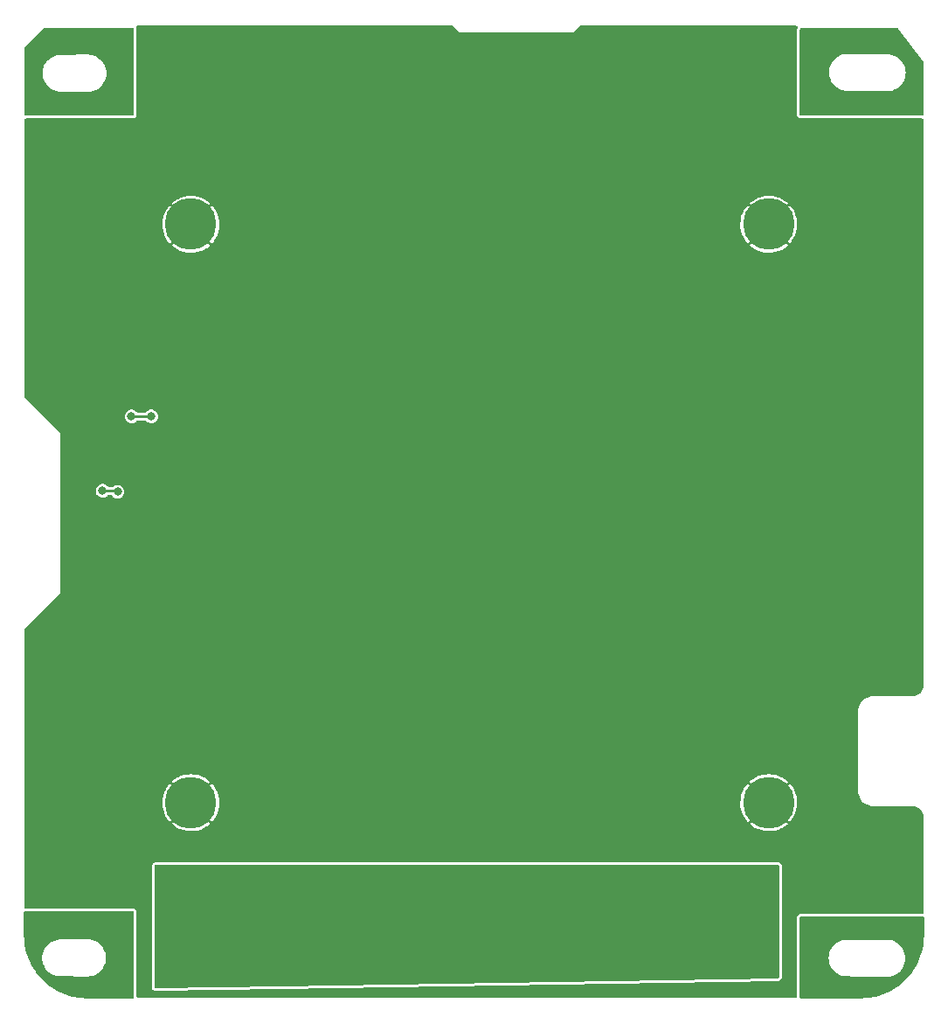
<source format=gbr>
%TF.GenerationSoftware,KiCad,Pcbnew,(6.0.2-0)*%
%TF.CreationDate,2023-01-12T00:58:35-06:00*%
%TF.ProjectId,cosmic_watch_remix_V1,636f736d-6963-45f7-9761-7463685f7265,rev?*%
%TF.SameCoordinates,Original*%
%TF.FileFunction,Copper,L2,Bot*%
%TF.FilePolarity,Positive*%
%FSLAX46Y46*%
G04 Gerber Fmt 4.6, Leading zero omitted, Abs format (unit mm)*
G04 Created by KiCad (PCBNEW (6.0.2-0)) date 2023-01-12 00:58:35*
%MOMM*%
%LPD*%
G01*
G04 APERTURE LIST*
%TA.AperFunction,ComponentPad*%
%ADD10C,5.000000*%
%TD*%
%TA.AperFunction,ViaPad*%
%ADD11C,0.800000*%
%TD*%
%TA.AperFunction,Conductor*%
%ADD12C,0.254000*%
%TD*%
G04 APERTURE END LIST*
D10*
%TO.P,,1*%
%TO.N,GND*%
X36000000Y-122000000D03*
%TD*%
%TO.P,,1*%
%TO.N,GND*%
X92000000Y-66000000D03*
%TD*%
%TO.P,,1*%
%TO.N,GND*%
X92000000Y-122000000D03*
%TD*%
%TO.P,,1*%
%TO.N,GND*%
X36000000Y-66000000D03*
%TD*%
D11*
%TO.N,GND*%
X44560224Y-55738204D03*
X58000000Y-99160000D03*
X29632000Y-71458000D03*
X27900000Y-78300000D03*
X30246000Y-79740000D03*
X23536000Y-80856000D03*
X34510500Y-52340000D03*
X29800000Y-104700000D03*
X69430000Y-99160000D03*
X46846224Y-55738204D03*
X58000000Y-89000000D03*
X69430000Y-89000000D03*
X32622224Y-55230204D03*
X30500000Y-97900000D03*
%TO.N,VCC*%
X32152531Y-84600000D03*
X30246011Y-84600000D03*
%TO.N,Net-(J1-Pad2)*%
X28897500Y-91900000D03*
X27444500Y-91800000D03*
%TD*%
D12*
%TO.N,VCC*%
X30246011Y-84600000D02*
X32152531Y-84600000D01*
%TO.N,Net-(J1-Pad2)*%
X27444500Y-91800000D02*
X28797500Y-91800000D01*
X28797500Y-91800000D02*
X28897500Y-91900000D01*
%TD*%
%TA.AperFunction,NonConductor*%
G36*
X92942121Y-128020002D02*
G01*
X92988614Y-128073658D01*
X93000000Y-128126000D01*
X93000000Y-138876065D01*
X92979998Y-138944186D01*
X92926342Y-138990679D01*
X92876082Y-139002048D01*
X44677684Y-139798716D01*
X32628082Y-139997883D01*
X32559640Y-139979009D01*
X32512267Y-139926129D01*
X32500000Y-139871900D01*
X32500000Y-128126000D01*
X32520002Y-128057879D01*
X32573658Y-128011386D01*
X32626000Y-128000000D01*
X92874000Y-128000000D01*
X92942121Y-128020002D01*
G37*
%TD.AperFunction*%
%TA.AperFunction,NonConductor*%
G36*
X106992121Y-133020002D02*
G01*
X107038614Y-133073658D01*
X107050000Y-133126000D01*
X107050000Y-134752976D01*
X107048047Y-134770182D01*
X107048037Y-134775813D01*
X107044857Y-134789642D01*
X107047989Y-134803483D01*
X107047964Y-134817669D01*
X107047868Y-134817669D01*
X107048600Y-134825635D01*
X107031236Y-135267573D01*
X107030460Y-135277436D01*
X106974864Y-135747161D01*
X106973316Y-135756932D01*
X106881040Y-136220839D01*
X106878733Y-136230447D01*
X106802339Y-136501322D01*
X106750343Y-136685685D01*
X106747286Y-136695094D01*
X106583572Y-137138860D01*
X106579787Y-137147997D01*
X106388187Y-137563611D01*
X106381760Y-137577552D01*
X106377269Y-137586365D01*
X106285153Y-137750850D01*
X106146159Y-137999041D01*
X106140990Y-138007477D01*
X106120028Y-138038849D01*
X105884674Y-138391083D01*
X105878207Y-138400761D01*
X105872398Y-138408757D01*
X105782085Y-138523318D01*
X105579563Y-138780215D01*
X105573138Y-138787738D01*
X105501953Y-138864746D01*
X105252057Y-139135083D01*
X105245083Y-139142057D01*
X105130205Y-139248249D01*
X104897738Y-139463138D01*
X104890215Y-139469563D01*
X104731290Y-139594850D01*
X104518757Y-139762398D01*
X104510769Y-139768201D01*
X104202061Y-139974473D01*
X104117477Y-140030990D01*
X104109041Y-140036159D01*
X103696367Y-140267268D01*
X103687554Y-140271759D01*
X103265267Y-140466436D01*
X103258000Y-140469786D01*
X103248860Y-140473572D01*
X102805094Y-140637286D01*
X102795685Y-140640343D01*
X102645542Y-140682688D01*
X102340447Y-140768733D01*
X102330846Y-140771038D01*
X102103340Y-140816292D01*
X101866932Y-140863316D01*
X101857161Y-140864864D01*
X101387436Y-140920460D01*
X101377573Y-140921236D01*
X100936205Y-140938577D01*
X100928373Y-140937844D01*
X100928373Y-140938061D01*
X100914186Y-140938036D01*
X100900358Y-140934857D01*
X100886519Y-140937988D01*
X100881630Y-140937980D01*
X100863552Y-140940000D01*
X95126000Y-140940000D01*
X95057879Y-140919998D01*
X95011386Y-140866342D01*
X95000000Y-140814000D01*
X95000000Y-137006368D01*
X97800703Y-137006368D01*
X97800958Y-137010897D01*
X97800958Y-137010900D01*
X97805887Y-137098425D01*
X97815122Y-137262424D01*
X97866198Y-137513748D01*
X97867730Y-137518015D01*
X97867731Y-137518018D01*
X97890721Y-137582042D01*
X97952869Y-137755120D01*
X97955002Y-137759129D01*
X97955003Y-137759131D01*
X98020647Y-137882503D01*
X98073335Y-137981527D01*
X98225095Y-138188267D01*
X98404996Y-138371046D01*
X98408611Y-138373789D01*
X98477586Y-138426125D01*
X98609302Y-138526067D01*
X98833770Y-138650111D01*
X98838029Y-138651717D01*
X98838031Y-138651718D01*
X99069484Y-138738998D01*
X99069489Y-138739000D01*
X99073736Y-138740601D01*
X99078171Y-138741576D01*
X99078175Y-138741577D01*
X99288186Y-138787738D01*
X99324218Y-138795658D01*
X99556684Y-138812453D01*
X99575162Y-138813788D01*
X99575111Y-138814489D01*
X99577186Y-138814257D01*
X99579297Y-138814746D01*
X99580013Y-138814747D01*
X99586951Y-138813164D01*
X99594025Y-138812373D01*
X99594034Y-138812453D01*
X99616294Y-138810092D01*
X100130736Y-138816773D01*
X103392247Y-138859131D01*
X103419055Y-138862373D01*
X103422335Y-138863133D01*
X103422341Y-138863134D01*
X103429297Y-138864746D01*
X103430013Y-138864747D01*
X103432141Y-138864262D01*
X103433526Y-138864421D01*
X103433493Y-138863953D01*
X103444958Y-138863133D01*
X103686834Y-138845834D01*
X103691238Y-138844876D01*
X103934020Y-138792062D01*
X103934024Y-138792061D01*
X103938427Y-138791103D01*
X104179670Y-138701124D01*
X104405652Y-138577728D01*
X104611773Y-138423428D01*
X104793837Y-138241364D01*
X104948137Y-138035243D01*
X105071533Y-137809261D01*
X105161512Y-137568018D01*
X105174286Y-137509300D01*
X105215285Y-137320829D01*
X105216243Y-137316425D01*
X105234611Y-137059604D01*
X105216243Y-136802783D01*
X105214732Y-136795836D01*
X105162471Y-136555597D01*
X105162470Y-136555593D01*
X105161512Y-136551190D01*
X105071533Y-136309947D01*
X104948137Y-136083965D01*
X104793837Y-135877844D01*
X104611773Y-135695780D01*
X104405652Y-135541480D01*
X104179670Y-135418084D01*
X103938427Y-135328105D01*
X103934024Y-135327147D01*
X103934020Y-135327146D01*
X103691238Y-135274332D01*
X103686834Y-135273374D01*
X103434443Y-135255323D01*
X103434483Y-135254766D01*
X103432836Y-135254950D01*
X103430729Y-135254462D01*
X103430013Y-135254461D01*
X103423077Y-135256043D01*
X103421265Y-135256456D01*
X103393273Y-135259611D01*
X99672539Y-135260389D01*
X99651248Y-135257611D01*
X99651154Y-135258250D01*
X99644098Y-135257209D01*
X99637213Y-135255381D01*
X99636497Y-135255357D01*
X99634364Y-135255773D01*
X99632536Y-135255503D01*
X99632561Y-135256124D01*
X99384771Y-135266137D01*
X99384766Y-135266138D01*
X99380226Y-135266321D01*
X99375762Y-135267155D01*
X99375759Y-135267155D01*
X99233280Y-135293764D01*
X99128123Y-135313402D01*
X98885406Y-135396232D01*
X98881369Y-135398298D01*
X98881363Y-135398301D01*
X98763708Y-135458528D01*
X98657115Y-135513091D01*
X98447994Y-135661552D01*
X98262383Y-135838530D01*
X98259581Y-135842103D01*
X98259577Y-135842108D01*
X98193031Y-135926980D01*
X98104140Y-136040350D01*
X98101876Y-136044297D01*
X98101875Y-136044299D01*
X98011495Y-136201889D01*
X97976550Y-136262821D01*
X97974877Y-136267053D01*
X97974876Y-136267055D01*
X97957920Y-136309947D01*
X97882264Y-136501322D01*
X97881218Y-136505745D01*
X97836438Y-136695094D01*
X97823240Y-136750899D01*
X97822841Y-136755422D01*
X97822840Y-136755428D01*
X97815327Y-136840596D01*
X97800703Y-137006368D01*
X95000000Y-137006368D01*
X95000000Y-133126000D01*
X95020002Y-133057879D01*
X95073658Y-133011386D01*
X95126000Y-133000000D01*
X106924000Y-133000000D01*
X106992121Y-133020002D01*
G37*
%TD.AperFunction*%
%TA.AperFunction,NonConductor*%
G36*
X30442121Y-47020002D02*
G01*
X30488614Y-47073658D01*
X30500000Y-47126000D01*
X30500000Y-55374000D01*
X30479998Y-55442121D01*
X30426342Y-55488614D01*
X30374000Y-55500000D01*
X19966000Y-55500000D01*
X19897879Y-55479998D01*
X19851386Y-55426342D01*
X19840000Y-55374000D01*
X19840000Y-51466273D01*
X21613635Y-51466273D01*
X21645939Y-51718995D01*
X21713931Y-51964533D01*
X21816223Y-52197875D01*
X21950725Y-52414256D01*
X21953623Y-52417702D01*
X21953624Y-52417704D01*
X22052802Y-52535654D01*
X22114693Y-52609260D01*
X22304779Y-52778904D01*
X22517101Y-52919727D01*
X22521168Y-52921655D01*
X22521172Y-52921657D01*
X22743249Y-53026920D01*
X22743255Y-53026922D01*
X22747326Y-53028852D01*
X22751629Y-53030181D01*
X22751636Y-53030184D01*
X22958145Y-53093980D01*
X22990753Y-53104053D01*
X22995196Y-53104755D01*
X22995202Y-53104756D01*
X23237684Y-53143046D01*
X23237579Y-53143713D01*
X23239583Y-53143661D01*
X23241649Y-53144329D01*
X23242362Y-53144391D01*
X23249416Y-53143403D01*
X23249419Y-53143403D01*
X23263603Y-53141416D01*
X23282225Y-53140203D01*
X25972373Y-53164666D01*
X25999679Y-53167916D01*
X26002328Y-53168530D01*
X26002331Y-53168530D01*
X26009284Y-53170142D01*
X26010000Y-53170143D01*
X26012128Y-53169658D01*
X26013513Y-53169817D01*
X26013480Y-53169349D01*
X26077196Y-53164792D01*
X26266821Y-53151230D01*
X26271225Y-53150272D01*
X26514007Y-53097458D01*
X26514011Y-53097457D01*
X26518414Y-53096499D01*
X26759657Y-53006520D01*
X26985639Y-52883124D01*
X27191760Y-52728824D01*
X27373824Y-52546760D01*
X27528124Y-52340639D01*
X27651520Y-52114657D01*
X27741499Y-51873414D01*
X27774145Y-51723346D01*
X27795272Y-51626225D01*
X27796230Y-51621821D01*
X27814598Y-51365000D01*
X27796230Y-51108179D01*
X27764956Y-50964414D01*
X27742458Y-50860993D01*
X27742457Y-50860989D01*
X27741499Y-50856586D01*
X27651520Y-50615343D01*
X27528124Y-50389361D01*
X27373824Y-50183240D01*
X27191760Y-50001176D01*
X26985639Y-49846876D01*
X26759657Y-49723480D01*
X26518414Y-49633501D01*
X26514011Y-49632543D01*
X26514007Y-49632542D01*
X26271225Y-49579728D01*
X26266821Y-49578770D01*
X26014430Y-49560719D01*
X26014470Y-49560163D01*
X26012825Y-49560347D01*
X26010716Y-49559858D01*
X26010000Y-49559857D01*
X26003061Y-49561440D01*
X26003059Y-49561440D01*
X25999749Y-49562195D01*
X25972931Y-49565345D01*
X23765775Y-49586420D01*
X23337959Y-49590505D01*
X23314897Y-49588600D01*
X23299547Y-49585896D01*
X23298832Y-49585933D01*
X23296740Y-49586529D01*
X23294963Y-49586420D01*
X23295038Y-49587014D01*
X23046070Y-49618269D01*
X22800379Y-49685707D01*
X22566807Y-49787472D01*
X22562985Y-49789836D01*
X22562979Y-49789839D01*
X22474250Y-49844717D01*
X22350123Y-49921487D01*
X22154751Y-50085015D01*
X22151744Y-50088369D01*
X22022639Y-50232376D01*
X21984678Y-50274718D01*
X21843377Y-50486722D01*
X21733733Y-50716701D01*
X21732391Y-50721009D01*
X21732390Y-50721013D01*
X21702711Y-50816325D01*
X21657985Y-50959958D01*
X21617677Y-51211527D01*
X21613635Y-51466273D01*
X19840000Y-51466273D01*
X19840000Y-48983318D01*
X19860002Y-48915197D01*
X19876106Y-48895028D01*
X21700274Y-47037710D01*
X21762277Y-47003126D01*
X21790168Y-47000000D01*
X30374000Y-47000000D01*
X30442121Y-47020002D01*
G37*
%TD.AperFunction*%
%TA.AperFunction,NonConductor*%
G36*
X30442121Y-132520002D02*
G01*
X30488614Y-132573658D01*
X30500000Y-132626000D01*
X30500000Y-140814000D01*
X30479998Y-140882121D01*
X30426342Y-140928614D01*
X30374000Y-140940000D01*
X26007024Y-140940000D01*
X25989818Y-140938047D01*
X25984187Y-140938037D01*
X25970358Y-140934857D01*
X25956517Y-140937989D01*
X25942331Y-140937964D01*
X25942331Y-140937868D01*
X25934366Y-140938600D01*
X25815302Y-140933922D01*
X25492427Y-140921236D01*
X25482564Y-140920460D01*
X25012839Y-140864864D01*
X25003068Y-140863316D01*
X24766660Y-140816292D01*
X24539154Y-140771038D01*
X24529553Y-140768733D01*
X24224458Y-140682688D01*
X24074315Y-140640343D01*
X24064906Y-140637286D01*
X23621140Y-140473572D01*
X23612000Y-140469786D01*
X23604734Y-140466436D01*
X23182446Y-140271759D01*
X23173633Y-140267268D01*
X22760959Y-140036159D01*
X22752523Y-140030990D01*
X22667939Y-139974473D01*
X22359231Y-139768201D01*
X22351243Y-139762398D01*
X22138710Y-139594850D01*
X21979785Y-139469563D01*
X21972262Y-139463138D01*
X21739795Y-139248249D01*
X21624917Y-139142057D01*
X21617943Y-139135083D01*
X21379112Y-138876716D01*
X21296862Y-138787738D01*
X21290437Y-138780215D01*
X21101407Y-138540433D01*
X20997602Y-138408757D01*
X20991793Y-138400761D01*
X20968002Y-138365154D01*
X20729010Y-138007477D01*
X20723841Y-137999041D01*
X20492732Y-137586367D01*
X20488240Y-137577552D01*
X20353941Y-137286234D01*
X20290213Y-137147997D01*
X20286428Y-137138860D01*
X20281788Y-137126282D01*
X21583833Y-137126282D01*
X21584404Y-137130747D01*
X21584404Y-137130752D01*
X21586034Y-137143503D01*
X21616137Y-137379004D01*
X21684129Y-137624542D01*
X21786421Y-137857884D01*
X21788802Y-137861714D01*
X21916589Y-138067292D01*
X21920923Y-138074265D01*
X21923821Y-138077711D01*
X21923822Y-138077713D01*
X22023000Y-138195663D01*
X22084891Y-138269269D01*
X22274977Y-138438913D01*
X22487299Y-138579736D01*
X22491366Y-138581664D01*
X22491370Y-138581666D01*
X22713447Y-138686929D01*
X22713453Y-138686931D01*
X22717524Y-138688861D01*
X22721827Y-138690190D01*
X22721834Y-138690193D01*
X22928343Y-138753989D01*
X22960951Y-138764062D01*
X22965394Y-138764764D01*
X22965400Y-138764765D01*
X23207882Y-138803055D01*
X23207777Y-138803722D01*
X23209781Y-138803670D01*
X23211847Y-138804338D01*
X23212560Y-138804400D01*
X23219614Y-138803412D01*
X23219617Y-138803412D01*
X23233801Y-138801425D01*
X23252423Y-138800212D01*
X25942571Y-138824675D01*
X25969877Y-138827925D01*
X25972526Y-138828539D01*
X25972529Y-138828539D01*
X25979482Y-138830151D01*
X25980198Y-138830152D01*
X25982326Y-138829667D01*
X25983711Y-138829826D01*
X25983678Y-138829358D01*
X26047394Y-138824801D01*
X26237019Y-138811239D01*
X26241423Y-138810281D01*
X26484205Y-138757467D01*
X26484209Y-138757466D01*
X26488612Y-138756508D01*
X26729855Y-138666529D01*
X26955837Y-138543133D01*
X27161958Y-138388833D01*
X27344022Y-138206769D01*
X27498322Y-138000648D01*
X27621718Y-137774666D01*
X27711697Y-137533423D01*
X27744343Y-137383355D01*
X27765470Y-137286234D01*
X27766428Y-137281830D01*
X27784796Y-137025009D01*
X27766428Y-136768188D01*
X27749518Y-136690455D01*
X27712656Y-136521002D01*
X27712655Y-136520998D01*
X27711697Y-136516595D01*
X27621718Y-136275352D01*
X27498322Y-136049370D01*
X27344022Y-135843249D01*
X27161958Y-135661185D01*
X26955837Y-135506885D01*
X26729855Y-135383489D01*
X26488612Y-135293510D01*
X26484209Y-135292552D01*
X26484205Y-135292551D01*
X26241423Y-135239737D01*
X26237019Y-135238779D01*
X25984628Y-135220728D01*
X25984668Y-135220172D01*
X25983023Y-135220356D01*
X25980914Y-135219867D01*
X25980198Y-135219866D01*
X25973259Y-135221449D01*
X25973257Y-135221449D01*
X25969947Y-135222204D01*
X25943129Y-135225354D01*
X23735973Y-135246429D01*
X23308157Y-135250514D01*
X23285095Y-135248609D01*
X23269745Y-135245905D01*
X23269030Y-135245942D01*
X23266938Y-135246538D01*
X23265161Y-135246429D01*
X23265236Y-135247023D01*
X23016268Y-135278278D01*
X22770577Y-135345716D01*
X22537005Y-135447481D01*
X22533183Y-135449845D01*
X22533177Y-135449848D01*
X22444448Y-135504726D01*
X22320321Y-135581496D01*
X22124949Y-135745024D01*
X22121942Y-135748378D01*
X21992837Y-135892385D01*
X21954876Y-135934727D01*
X21813575Y-136146731D01*
X21703931Y-136376710D01*
X21702589Y-136381018D01*
X21702588Y-136381022D01*
X21672909Y-136476334D01*
X21628183Y-136619967D01*
X21587875Y-136871536D01*
X21583833Y-137126282D01*
X20281788Y-137126282D01*
X20122714Y-136695094D01*
X20119657Y-136685685D01*
X20077312Y-136535542D01*
X19991267Y-136230447D01*
X19988960Y-136220839D01*
X19975030Y-136150805D01*
X19900795Y-135777600D01*
X19896684Y-135756932D01*
X19895136Y-135747161D01*
X19839540Y-135277436D01*
X19838764Y-135267573D01*
X19821433Y-134826491D01*
X19823481Y-134804848D01*
X19822714Y-134804760D01*
X19823530Y-134797671D01*
X19825142Y-134790716D01*
X19825143Y-134790000D01*
X19823154Y-134781282D01*
X19820000Y-134753267D01*
X19820000Y-132626000D01*
X19840002Y-132557879D01*
X19893658Y-132511386D01*
X19946000Y-132500000D01*
X30374000Y-132500000D01*
X30442121Y-132520002D01*
G37*
%TD.AperFunction*%
%TA.AperFunction,NonConductor*%
G36*
X104533819Y-47020002D02*
G01*
X104566659Y-47050616D01*
X107010055Y-50323021D01*
X107034784Y-50389571D01*
X107035094Y-50398295D01*
X107039436Y-55373890D01*
X107019493Y-55442028D01*
X106965878Y-55488568D01*
X106913436Y-55500000D01*
X95126000Y-55500000D01*
X95057879Y-55479998D01*
X95011386Y-55426342D01*
X95000000Y-55374000D01*
X95000000Y-51261764D01*
X97830690Y-51261764D01*
X97830945Y-51266293D01*
X97830945Y-51266296D01*
X97835874Y-51353821D01*
X97845109Y-51517820D01*
X97896185Y-51769144D01*
X97897717Y-51773411D01*
X97897718Y-51773414D01*
X97915672Y-51823414D01*
X97982856Y-52010516D01*
X97984989Y-52014525D01*
X97984990Y-52014527D01*
X98050634Y-52137899D01*
X98103322Y-52236923D01*
X98255082Y-52443663D01*
X98434983Y-52626442D01*
X98438598Y-52629185D01*
X98507573Y-52681521D01*
X98639289Y-52781463D01*
X98863757Y-52905507D01*
X98868016Y-52907113D01*
X98868018Y-52907114D01*
X99099471Y-52994394D01*
X99099476Y-52994396D01*
X99103723Y-52995997D01*
X99108158Y-52996972D01*
X99108162Y-52996973D01*
X99326321Y-53044925D01*
X99354205Y-53051054D01*
X99586671Y-53067849D01*
X99605149Y-53069184D01*
X99605098Y-53069885D01*
X99607173Y-53069653D01*
X99609284Y-53070142D01*
X99610000Y-53070143D01*
X99616938Y-53068560D01*
X99624012Y-53067769D01*
X99624021Y-53067849D01*
X99646281Y-53065488D01*
X100160723Y-53072169D01*
X103422234Y-53114527D01*
X103449042Y-53117769D01*
X103452322Y-53118529D01*
X103452328Y-53118530D01*
X103459284Y-53120142D01*
X103460000Y-53120143D01*
X103462128Y-53119658D01*
X103463513Y-53119817D01*
X103463480Y-53119349D01*
X103474945Y-53118529D01*
X103716821Y-53101230D01*
X103721225Y-53100272D01*
X103964007Y-53047458D01*
X103964011Y-53047457D01*
X103968414Y-53046499D01*
X104209657Y-52956520D01*
X104435639Y-52833124D01*
X104641760Y-52678824D01*
X104823824Y-52496760D01*
X104978124Y-52290639D01*
X105101520Y-52064657D01*
X105191499Y-51823414D01*
X105204273Y-51764696D01*
X105245272Y-51576225D01*
X105246230Y-51571821D01*
X105264598Y-51315000D01*
X105246230Y-51058179D01*
X105244719Y-51051232D01*
X105192458Y-50810993D01*
X105192457Y-50810989D01*
X105191499Y-50806586D01*
X105101520Y-50565343D01*
X104978124Y-50339361D01*
X104823824Y-50133240D01*
X104641760Y-49951176D01*
X104435639Y-49796876D01*
X104209657Y-49673480D01*
X103968414Y-49583501D01*
X103964011Y-49582543D01*
X103964007Y-49582542D01*
X103721225Y-49529728D01*
X103716821Y-49528770D01*
X103464430Y-49510719D01*
X103464470Y-49510162D01*
X103462823Y-49510346D01*
X103460716Y-49509858D01*
X103460000Y-49509857D01*
X103453064Y-49511439D01*
X103451252Y-49511852D01*
X103423260Y-49515007D01*
X99702526Y-49515785D01*
X99681235Y-49513007D01*
X99681141Y-49513646D01*
X99674085Y-49512605D01*
X99667200Y-49510777D01*
X99666484Y-49510753D01*
X99664351Y-49511169D01*
X99662523Y-49510899D01*
X99662548Y-49511520D01*
X99414758Y-49521533D01*
X99414753Y-49521534D01*
X99410213Y-49521717D01*
X99405749Y-49522551D01*
X99405746Y-49522551D01*
X99263267Y-49549160D01*
X99158110Y-49568798D01*
X98915393Y-49651628D01*
X98911356Y-49653694D01*
X98911350Y-49653697D01*
X98793695Y-49713924D01*
X98687102Y-49768487D01*
X98477981Y-49916948D01*
X98292370Y-50093926D01*
X98289568Y-50097499D01*
X98289564Y-50097504D01*
X98136934Y-50292166D01*
X98134127Y-50295746D01*
X98131863Y-50299693D01*
X98131862Y-50299695D01*
X98099280Y-50356507D01*
X98006537Y-50518217D01*
X98004864Y-50522449D01*
X98004863Y-50522451D01*
X97987907Y-50565343D01*
X97912251Y-50756718D01*
X97853227Y-51006295D01*
X97852828Y-51010818D01*
X97852827Y-51010824D01*
X97845314Y-51095992D01*
X97830690Y-51261764D01*
X95000000Y-51261764D01*
X95000000Y-47126000D01*
X95020002Y-47057879D01*
X95073658Y-47011386D01*
X95126000Y-47000000D01*
X104465698Y-47000000D01*
X104533819Y-47020002D01*
G37*
%TD.AperFunction*%
%TA.AperFunction,Conductor*%
%TO.N,GND*%
G36*
X61440721Y-46799002D02*
G01*
X61461695Y-46815905D01*
X61958927Y-47313137D01*
X61974596Y-47332228D01*
X61981876Y-47343124D01*
X61992192Y-47350017D01*
X62055577Y-47392370D01*
X62055579Y-47392371D01*
X62065894Y-47399263D01*
X62078061Y-47401683D01*
X62078063Y-47401684D01*
X62152829Y-47416556D01*
X62165000Y-47418977D01*
X62177851Y-47416421D01*
X62202431Y-47414000D01*
X72922575Y-47414000D01*
X72947153Y-47416421D01*
X72960000Y-47418976D01*
X73059106Y-47399263D01*
X73143124Y-47343124D01*
X73150404Y-47332228D01*
X73166073Y-47313137D01*
X73663305Y-46815905D01*
X73725617Y-46781879D01*
X73752400Y-46779000D01*
X94676631Y-46779000D01*
X94744752Y-46799002D01*
X94791245Y-46852658D01*
X94801349Y-46922932D01*
X94788278Y-46963403D01*
X94776291Y-46986319D01*
X94756289Y-47054440D01*
X94746000Y-47126000D01*
X94746000Y-55374000D01*
X94751804Y-55427990D01*
X94752522Y-55431290D01*
X94752522Y-55431291D01*
X94756567Y-55449884D01*
X94763190Y-55480332D01*
X94770384Y-55506555D01*
X94793597Y-55547320D01*
X94816362Y-55587298D01*
X94816365Y-55587302D01*
X94819425Y-55592676D01*
X94832686Y-55607980D01*
X94856898Y-55635922D01*
X94865918Y-55646332D01*
X94898502Y-55677773D01*
X94986319Y-55723709D01*
X95054440Y-55743711D01*
X95058899Y-55744352D01*
X95058903Y-55744353D01*
X95080639Y-55747478D01*
X95126000Y-55754000D01*
X106859877Y-55754000D01*
X106927998Y-55774002D01*
X106974491Y-55827658D01*
X106985877Y-55879890D01*
X106993327Y-64416771D01*
X106995799Y-67249094D01*
X106996000Y-67479918D01*
X106996000Y-110622575D01*
X106993579Y-110647153D01*
X106991024Y-110660000D01*
X106993445Y-110672172D01*
X106993445Y-110683699D01*
X106992966Y-110694680D01*
X106981526Y-110825446D01*
X106977713Y-110847070D01*
X106937581Y-110996846D01*
X106930069Y-111017484D01*
X106864540Y-111158010D01*
X106853558Y-111177030D01*
X106764621Y-111304046D01*
X106750503Y-111320871D01*
X106640871Y-111430503D01*
X106624046Y-111444621D01*
X106497030Y-111533558D01*
X106478010Y-111544540D01*
X106337484Y-111610069D01*
X106316848Y-111617580D01*
X106167070Y-111657713D01*
X106145449Y-111661525D01*
X106036878Y-111671024D01*
X106014680Y-111672966D01*
X106003699Y-111673445D01*
X105992172Y-111673445D01*
X105980000Y-111671024D01*
X105967153Y-111673579D01*
X105942575Y-111676000D01*
X102207425Y-111676000D01*
X102182847Y-111673579D01*
X102170000Y-111671024D01*
X102161498Y-111672715D01*
X102152295Y-111673373D01*
X102152294Y-111673373D01*
X101957046Y-111687338D01*
X101952558Y-111687659D01*
X101899897Y-111699115D01*
X101743940Y-111733040D01*
X101743933Y-111733042D01*
X101739543Y-111733997D01*
X101735328Y-111735569D01*
X101735325Y-111735570D01*
X101539502Y-111808608D01*
X101535290Y-111810179D01*
X101343958Y-111914654D01*
X101169443Y-112045295D01*
X101015295Y-112199443D01*
X100884654Y-112373958D01*
X100780179Y-112565290D01*
X100703997Y-112769543D01*
X100703042Y-112773933D01*
X100703040Y-112773940D01*
X100669115Y-112929897D01*
X100657659Y-112982558D01*
X100642715Y-113191498D01*
X100641024Y-113200000D01*
X100643445Y-113212170D01*
X100643579Y-113212844D01*
X100646000Y-113237425D01*
X100646000Y-120782575D01*
X100643579Y-120807153D01*
X100641024Y-120820000D01*
X100642715Y-120828502D01*
X100657659Y-121037442D01*
X100658615Y-121041836D01*
X100703040Y-121246060D01*
X100703042Y-121246067D01*
X100703997Y-121250457D01*
X100780179Y-121454710D01*
X100884654Y-121646042D01*
X100887355Y-121649650D01*
X101011283Y-121815197D01*
X101015295Y-121820557D01*
X101169443Y-121974705D01*
X101343958Y-122105346D01*
X101535290Y-122209821D01*
X101539502Y-122211392D01*
X101735325Y-122284430D01*
X101735328Y-122284431D01*
X101739543Y-122286003D01*
X101743933Y-122286958D01*
X101743940Y-122286960D01*
X101899897Y-122320885D01*
X101952558Y-122332341D01*
X101957046Y-122332662D01*
X102152185Y-122346619D01*
X102161498Y-122347285D01*
X102170000Y-122348976D01*
X102182847Y-122346421D01*
X102207425Y-122344000D01*
X105942575Y-122344000D01*
X105967153Y-122346421D01*
X105980000Y-122348976D01*
X105992172Y-122346555D01*
X106003699Y-122346555D01*
X106014681Y-122347034D01*
X106145449Y-122358475D01*
X106167070Y-122362287D01*
X106316848Y-122402420D01*
X106337484Y-122409931D01*
X106478010Y-122475460D01*
X106497030Y-122486442D01*
X106624046Y-122575379D01*
X106640871Y-122589497D01*
X106750503Y-122699129D01*
X106764621Y-122715954D01*
X106853558Y-122842970D01*
X106864540Y-122861990D01*
X106930069Y-123002516D01*
X106937580Y-123023152D01*
X106977713Y-123172930D01*
X106981526Y-123194554D01*
X106992966Y-123325320D01*
X106993445Y-123336301D01*
X106993445Y-123347828D01*
X106991024Y-123360000D01*
X106993445Y-123372170D01*
X106993579Y-123372844D01*
X106996000Y-123397425D01*
X106996000Y-132620000D01*
X106975998Y-132688121D01*
X106922342Y-132734614D01*
X106870000Y-132746000D01*
X95126000Y-132746000D01*
X95122653Y-132746360D01*
X95122649Y-132746360D01*
X95075374Y-132751442D01*
X95075367Y-132751443D01*
X95072010Y-132751804D01*
X95068710Y-132752522D01*
X95068709Y-132752522D01*
X95021322Y-132762830D01*
X95021315Y-132762832D01*
X95019668Y-132763190D01*
X94993445Y-132770384D01*
X94952680Y-132793597D01*
X94912702Y-132816362D01*
X94912698Y-132816365D01*
X94907324Y-132819425D01*
X94853668Y-132865918D01*
X94822227Y-132898502D01*
X94776291Y-132986319D01*
X94756289Y-133054440D01*
X94746000Y-133126000D01*
X94746000Y-140760000D01*
X94725998Y-140828121D01*
X94672342Y-140874614D01*
X94620000Y-140886000D01*
X30880000Y-140886000D01*
X30811879Y-140865998D01*
X30765386Y-140812342D01*
X30754000Y-140760000D01*
X30754000Y-139871900D01*
X32246000Y-139871900D01*
X32252259Y-139927941D01*
X32264526Y-139982170D01*
X32272623Y-140010313D01*
X32323081Y-140095613D01*
X32327209Y-140100221D01*
X32327212Y-140100225D01*
X32351111Y-140126902D01*
X32370454Y-140148493D01*
X32403552Y-140179390D01*
X32492116Y-140223869D01*
X32560558Y-140242743D01*
X32565021Y-140243310D01*
X32565023Y-140243310D01*
X32595084Y-140247126D01*
X32632280Y-140251848D01*
X32636769Y-140251774D01*
X32636772Y-140251774D01*
X44681882Y-140052681D01*
X92877038Y-139256067D01*
X92877046Y-139256066D01*
X92880280Y-139256013D01*
X92883491Y-139255627D01*
X92883498Y-139255627D01*
X92928907Y-139250175D01*
X92932122Y-139249789D01*
X92935279Y-139249075D01*
X92935284Y-139249074D01*
X92980872Y-139238762D01*
X92980889Y-139238758D01*
X92982382Y-139238420D01*
X92983858Y-139238009D01*
X92983868Y-139238006D01*
X92999087Y-139233763D01*
X93006555Y-139231681D01*
X93013290Y-139227846D01*
X93013292Y-139227845D01*
X93087298Y-139185703D01*
X93087302Y-139185700D01*
X93092676Y-139182640D01*
X93146332Y-139136147D01*
X93177773Y-139103563D01*
X93223709Y-139015746D01*
X93243711Y-138947625D01*
X93254000Y-138876065D01*
X93254000Y-128126000D01*
X93248196Y-128072010D01*
X93244374Y-128054440D01*
X93237170Y-128021322D01*
X93237168Y-128021315D01*
X93236810Y-128019668D01*
X93229616Y-127993445D01*
X93206403Y-127952680D01*
X93183638Y-127912702D01*
X93183635Y-127912698D01*
X93180575Y-127907324D01*
X93144697Y-127865918D01*
X93135922Y-127855791D01*
X93135917Y-127855786D01*
X93134082Y-127853668D01*
X93101498Y-127822227D01*
X93013681Y-127776291D01*
X92945560Y-127756289D01*
X92941101Y-127755648D01*
X92941097Y-127755647D01*
X92909780Y-127751144D01*
X92874000Y-127746000D01*
X32626000Y-127746000D01*
X32622653Y-127746360D01*
X32622649Y-127746360D01*
X32575374Y-127751442D01*
X32575367Y-127751443D01*
X32572010Y-127751804D01*
X32568710Y-127752522D01*
X32568709Y-127752522D01*
X32521322Y-127762830D01*
X32521315Y-127762832D01*
X32519668Y-127763190D01*
X32493445Y-127770384D01*
X32452680Y-127793597D01*
X32412702Y-127816362D01*
X32412698Y-127816365D01*
X32407324Y-127819425D01*
X32402647Y-127823478D01*
X32370055Y-127851719D01*
X32353668Y-127865918D01*
X32322227Y-127898502D01*
X32276291Y-127986319D01*
X32256289Y-128054440D01*
X32246000Y-128126000D01*
X32246000Y-139871900D01*
X30754000Y-139871900D01*
X30754000Y-132626000D01*
X30748196Y-132572010D01*
X30736810Y-132519668D01*
X30729616Y-132493445D01*
X30706403Y-132452680D01*
X30683638Y-132412702D01*
X30683635Y-132412698D01*
X30680575Y-132407324D01*
X30634082Y-132353668D01*
X30601498Y-132322227D01*
X30513681Y-132276291D01*
X30445560Y-132256289D01*
X30441101Y-132255648D01*
X30441097Y-132255647D01*
X30409780Y-132251145D01*
X30374000Y-132246000D01*
X20000000Y-132246000D01*
X19931879Y-132225998D01*
X19885386Y-132172342D01*
X19874000Y-132120000D01*
X19874000Y-124039673D01*
X34146262Y-124039673D01*
X34146423Y-124041936D01*
X34148208Y-124044752D01*
X34398791Y-124246587D01*
X34404964Y-124250973D01*
X34680282Y-124422677D01*
X34686942Y-124426293D01*
X34980888Y-124563675D01*
X34987941Y-124566468D01*
X35296276Y-124667546D01*
X35303588Y-124669464D01*
X35621838Y-124732767D01*
X35629336Y-124733795D01*
X35952886Y-124758407D01*
X35960449Y-124758525D01*
X36284603Y-124744089D01*
X36292144Y-124743297D01*
X36612213Y-124690022D01*
X36619591Y-124688332D01*
X36930965Y-124596985D01*
X36938060Y-124594431D01*
X37236202Y-124466339D01*
X37242969Y-124462935D01*
X37523546Y-124299963D01*
X37529853Y-124295773D01*
X37788813Y-124100278D01*
X37794586Y-124095347D01*
X37843232Y-124048454D01*
X37848237Y-124039673D01*
X90146262Y-124039673D01*
X90146423Y-124041936D01*
X90148208Y-124044752D01*
X90398791Y-124246587D01*
X90404964Y-124250973D01*
X90680282Y-124422677D01*
X90686942Y-124426293D01*
X90980888Y-124563675D01*
X90987941Y-124566468D01*
X91296276Y-124667546D01*
X91303588Y-124669464D01*
X91621838Y-124732767D01*
X91629336Y-124733795D01*
X91952886Y-124758407D01*
X91960449Y-124758525D01*
X92284603Y-124744089D01*
X92292144Y-124743297D01*
X92612213Y-124690022D01*
X92619591Y-124688332D01*
X92930965Y-124596985D01*
X92938060Y-124594431D01*
X93236202Y-124466339D01*
X93242969Y-124462935D01*
X93523546Y-124299963D01*
X93529853Y-124295773D01*
X93788813Y-124100278D01*
X93794586Y-124095347D01*
X93843232Y-124048454D01*
X93851098Y-124034654D01*
X93851034Y-124033432D01*
X93846281Y-124025886D01*
X92012812Y-122192417D01*
X91998868Y-122184803D01*
X91997035Y-122184934D01*
X91990420Y-122189185D01*
X90153876Y-124025729D01*
X90146262Y-124039673D01*
X37848237Y-124039673D01*
X37851098Y-124034654D01*
X37851034Y-124033432D01*
X37846281Y-124025886D01*
X36012812Y-122192417D01*
X35998868Y-122184803D01*
X35997035Y-122184934D01*
X35990420Y-122189185D01*
X34153876Y-124025729D01*
X34146262Y-124039673D01*
X19874000Y-124039673D01*
X19874000Y-121974900D01*
X33241306Y-121974900D01*
X33257439Y-122298971D01*
X33258270Y-122306500D01*
X33313219Y-122626283D01*
X33314952Y-122633670D01*
X33407919Y-122944532D01*
X33410522Y-122951645D01*
X33540166Y-123249094D01*
X33543608Y-123255850D01*
X33708046Y-123535568D01*
X33712269Y-123541853D01*
X33909120Y-123799790D01*
X33914078Y-123805534D01*
X33951169Y-123843609D01*
X33965008Y-123851402D01*
X33966407Y-123851321D01*
X33973685Y-123846710D01*
X35807583Y-122012812D01*
X35813961Y-122001132D01*
X36184803Y-122001132D01*
X36184934Y-122002965D01*
X36189185Y-122009580D01*
X38025380Y-123845775D01*
X38038503Y-123852941D01*
X38048805Y-123845551D01*
X38238178Y-123612943D01*
X38242582Y-123606816D01*
X38415738Y-123332380D01*
X38419387Y-123325742D01*
X38558303Y-123032524D01*
X38561134Y-123025484D01*
X38663825Y-122717678D01*
X38665779Y-122710387D01*
X38730749Y-122392468D01*
X38731817Y-122384964D01*
X38758247Y-122060016D01*
X38758452Y-122055541D01*
X38759011Y-122002221D01*
X38758901Y-121997789D01*
X38757521Y-121974900D01*
X89241306Y-121974900D01*
X89257439Y-122298971D01*
X89258270Y-122306500D01*
X89313219Y-122626283D01*
X89314952Y-122633670D01*
X89407919Y-122944532D01*
X89410522Y-122951645D01*
X89540166Y-123249094D01*
X89543608Y-123255850D01*
X89708046Y-123535568D01*
X89712269Y-123541853D01*
X89909120Y-123799790D01*
X89914078Y-123805534D01*
X89951169Y-123843609D01*
X89965008Y-123851402D01*
X89966407Y-123851321D01*
X89973685Y-123846710D01*
X91807583Y-122012812D01*
X91813961Y-122001132D01*
X92184803Y-122001132D01*
X92184934Y-122002965D01*
X92189185Y-122009580D01*
X94025380Y-123845775D01*
X94038503Y-123852941D01*
X94048805Y-123845551D01*
X94238178Y-123612943D01*
X94242582Y-123606816D01*
X94415738Y-123332380D01*
X94419387Y-123325742D01*
X94558303Y-123032524D01*
X94561134Y-123025484D01*
X94663825Y-122717678D01*
X94665779Y-122710387D01*
X94730749Y-122392468D01*
X94731817Y-122384964D01*
X94758247Y-122060016D01*
X94758452Y-122055541D01*
X94759011Y-122002221D01*
X94758901Y-121997789D01*
X94739279Y-121672316D01*
X94738371Y-121664814D01*
X94680072Y-121345600D01*
X94678271Y-121338267D01*
X94582044Y-121028366D01*
X94579372Y-121021293D01*
X94446621Y-120725219D01*
X94443104Y-120718492D01*
X94275751Y-120440519D01*
X94271460Y-120434275D01*
X94071918Y-120178413D01*
X94066901Y-120172723D01*
X94049747Y-120155479D01*
X94035826Y-120147830D01*
X94034077Y-120147951D01*
X94027332Y-120152273D01*
X92192417Y-121987188D01*
X92184803Y-122001132D01*
X91813961Y-122001132D01*
X91815197Y-121998868D01*
X91815066Y-121997035D01*
X91810815Y-121990420D01*
X89974848Y-120154453D01*
X89960904Y-120146839D01*
X89958808Y-120146988D01*
X89952560Y-120150969D01*
X89952335Y-120151191D01*
X89947277Y-120156809D01*
X89745062Y-120410573D01*
X89740706Y-120416771D01*
X89570445Y-120692987D01*
X89566865Y-120699663D01*
X89431020Y-120994334D01*
X89428270Y-121001385D01*
X89328808Y-121310247D01*
X89326925Y-121317580D01*
X89265289Y-121636155D01*
X89264302Y-121643655D01*
X89241385Y-121967319D01*
X89241306Y-121974900D01*
X38757521Y-121974900D01*
X38739279Y-121672316D01*
X38738371Y-121664814D01*
X38680072Y-121345600D01*
X38678271Y-121338267D01*
X38582044Y-121028366D01*
X38579372Y-121021293D01*
X38446621Y-120725219D01*
X38443104Y-120718492D01*
X38275751Y-120440519D01*
X38271460Y-120434275D01*
X38071918Y-120178413D01*
X38066901Y-120172723D01*
X38049747Y-120155479D01*
X38035826Y-120147830D01*
X38034077Y-120147951D01*
X38027332Y-120152273D01*
X36192417Y-121987188D01*
X36184803Y-122001132D01*
X35813961Y-122001132D01*
X35815197Y-121998868D01*
X35815066Y-121997035D01*
X35810815Y-121990420D01*
X33974848Y-120154453D01*
X33960904Y-120146839D01*
X33958808Y-120146988D01*
X33952560Y-120150969D01*
X33952335Y-120151191D01*
X33947277Y-120156809D01*
X33745062Y-120410573D01*
X33740706Y-120416771D01*
X33570445Y-120692987D01*
X33566865Y-120699663D01*
X33431020Y-120994334D01*
X33428270Y-121001385D01*
X33328808Y-121310247D01*
X33326925Y-121317580D01*
X33265289Y-121636155D01*
X33264302Y-121643655D01*
X33241385Y-121967319D01*
X33241306Y-121974900D01*
X19874000Y-121974900D01*
X19874000Y-119964618D01*
X34148241Y-119964618D01*
X34148341Y-119966192D01*
X34152809Y-119973204D01*
X35987188Y-121807583D01*
X36001132Y-121815197D01*
X36002965Y-121815066D01*
X36009580Y-121810815D01*
X37845023Y-119975372D01*
X37850895Y-119964618D01*
X90148241Y-119964618D01*
X90148341Y-119966192D01*
X90152809Y-119973204D01*
X91987188Y-121807583D01*
X92001132Y-121815197D01*
X92002965Y-121815066D01*
X92009580Y-121810815D01*
X93845023Y-119975372D01*
X93852637Y-119961428D01*
X93852500Y-119959507D01*
X93848340Y-119953015D01*
X93838062Y-119942683D01*
X93832418Y-119937655D01*
X93577599Y-119736771D01*
X93571376Y-119732446D01*
X93294266Y-119563630D01*
X93287589Y-119560095D01*
X92992201Y-119425789D01*
X92985131Y-119423076D01*
X92675764Y-119325236D01*
X92668413Y-119323389D01*
X92349523Y-119263422D01*
X92342013Y-119262474D01*
X92018230Y-119241252D01*
X92010665Y-119241212D01*
X91686667Y-119259043D01*
X91679153Y-119259912D01*
X91359646Y-119316537D01*
X91352286Y-119318304D01*
X91041917Y-119412898D01*
X91034797Y-119415546D01*
X90738045Y-119546739D01*
X90731308Y-119550216D01*
X90452448Y-119716120D01*
X90446197Y-119720368D01*
X90189288Y-119918572D01*
X90183572Y-119923558D01*
X90155962Y-119950738D01*
X90148241Y-119964618D01*
X37850895Y-119964618D01*
X37852637Y-119961428D01*
X37852500Y-119959507D01*
X37848340Y-119953015D01*
X37838062Y-119942683D01*
X37832418Y-119937655D01*
X37577599Y-119736771D01*
X37571376Y-119732446D01*
X37294266Y-119563630D01*
X37287589Y-119560095D01*
X36992201Y-119425789D01*
X36985131Y-119423076D01*
X36675764Y-119325236D01*
X36668413Y-119323389D01*
X36349523Y-119263422D01*
X36342013Y-119262474D01*
X36018230Y-119241252D01*
X36010665Y-119241212D01*
X35686667Y-119259043D01*
X35679153Y-119259912D01*
X35359646Y-119316537D01*
X35352286Y-119318304D01*
X35041917Y-119412898D01*
X35034797Y-119415546D01*
X34738045Y-119546739D01*
X34731308Y-119550216D01*
X34452448Y-119716120D01*
X34446197Y-119720368D01*
X34189288Y-119918572D01*
X34183572Y-119923558D01*
X34155962Y-119950738D01*
X34148241Y-119964618D01*
X19874000Y-119964618D01*
X19874000Y-105237721D01*
X19894002Y-105169600D01*
X19911032Y-105148498D01*
X19954823Y-105104833D01*
X23263041Y-101806094D01*
X23282005Y-101790554D01*
X23293124Y-101783124D01*
X23321197Y-101741109D01*
X23321231Y-101741132D01*
X23321297Y-101740960D01*
X23349120Y-101699449D01*
X23349157Y-101699265D01*
X23349263Y-101699106D01*
X23359108Y-101649612D01*
X23368976Y-101600372D01*
X23366386Y-101587253D01*
X23364000Y-101562849D01*
X23364000Y-91793096D01*
X26785229Y-91793096D01*
X26786063Y-91800646D01*
X26798101Y-91909682D01*
X26802613Y-91950553D01*
X26805223Y-91957684D01*
X26805223Y-91957686D01*
X26849140Y-92077695D01*
X26857053Y-92099319D01*
X26945408Y-92230805D01*
X26951027Y-92235918D01*
X26951028Y-92235919D01*
X27055307Y-92330805D01*
X27062576Y-92337419D01*
X27201793Y-92413008D01*
X27355022Y-92453207D01*
X27438977Y-92454526D01*
X27505819Y-92455576D01*
X27505822Y-92455576D01*
X27513416Y-92455695D01*
X27667832Y-92420329D01*
X27738242Y-92384917D01*
X27802572Y-92352563D01*
X27802575Y-92352561D01*
X27809355Y-92349151D01*
X27815126Y-92344222D01*
X27815129Y-92344220D01*
X27924042Y-92251199D01*
X27924043Y-92251198D01*
X27929814Y-92246269D01*
X27934245Y-92240103D01*
X27938650Y-92233973D01*
X27994645Y-92190326D01*
X28040972Y-92181500D01*
X28230942Y-92181500D01*
X28299063Y-92201502D01*
X28335523Y-92237224D01*
X28394167Y-92324495D01*
X28394171Y-92324499D01*
X28398408Y-92330805D01*
X28404027Y-92335918D01*
X28404028Y-92335919D01*
X28409658Y-92341042D01*
X28515576Y-92437419D01*
X28654793Y-92513008D01*
X28808022Y-92553207D01*
X28891977Y-92554526D01*
X28958819Y-92555576D01*
X28958822Y-92555576D01*
X28966416Y-92555695D01*
X29120832Y-92520329D01*
X29191242Y-92484917D01*
X29255572Y-92452563D01*
X29255575Y-92452561D01*
X29262355Y-92449151D01*
X29268126Y-92444222D01*
X29268129Y-92444220D01*
X29377036Y-92351204D01*
X29377036Y-92351203D01*
X29382814Y-92346269D01*
X29475255Y-92217624D01*
X29534342Y-92070641D01*
X29550417Y-91957686D01*
X29556081Y-91917891D01*
X29556081Y-91917888D01*
X29556662Y-91913807D01*
X29556807Y-91900000D01*
X29537776Y-91742733D01*
X29481780Y-91594546D01*
X29475248Y-91585042D01*
X29396355Y-91470251D01*
X29396354Y-91470249D01*
X29392053Y-91463992D01*
X29273775Y-91358611D01*
X29266389Y-91354700D01*
X29140488Y-91288039D01*
X29140489Y-91288039D01*
X29133774Y-91284484D01*
X28980133Y-91245892D01*
X28972534Y-91245852D01*
X28972533Y-91245852D01*
X28906681Y-91245507D01*
X28821721Y-91245062D01*
X28814341Y-91246834D01*
X28814339Y-91246834D01*
X28675063Y-91280271D01*
X28675060Y-91280272D01*
X28667684Y-91282043D01*
X28526914Y-91354700D01*
X28521192Y-91359692D01*
X28521190Y-91359693D01*
X28489373Y-91387449D01*
X28424891Y-91417157D01*
X28406544Y-91418500D01*
X28042783Y-91418500D01*
X27974662Y-91398498D01*
X27948268Y-91375824D01*
X27943354Y-91370250D01*
X27939053Y-91363992D01*
X27933014Y-91358611D01*
X27902760Y-91331656D01*
X27820775Y-91258611D01*
X27813389Y-91254700D01*
X27687488Y-91188039D01*
X27687489Y-91188039D01*
X27680774Y-91184484D01*
X27527133Y-91145892D01*
X27519534Y-91145852D01*
X27519533Y-91145852D01*
X27453681Y-91145507D01*
X27368721Y-91145062D01*
X27361341Y-91146834D01*
X27361339Y-91146834D01*
X27222063Y-91180271D01*
X27222060Y-91180272D01*
X27214684Y-91182043D01*
X27073914Y-91254700D01*
X26954539Y-91358838D01*
X26863450Y-91488444D01*
X26860690Y-91495524D01*
X26822083Y-91594546D01*
X26805906Y-91636037D01*
X26804914Y-91643570D01*
X26804914Y-91643571D01*
X26790867Y-91750273D01*
X26785229Y-91793096D01*
X23364000Y-91793096D01*
X23364000Y-86397148D01*
X23366386Y-86372745D01*
X23368976Y-86359626D01*
X23359055Y-86310121D01*
X23349263Y-86260894D01*
X23349157Y-86260736D01*
X23349120Y-86260549D01*
X23321124Y-86218780D01*
X23293124Y-86176876D01*
X23282004Y-86169446D01*
X23263038Y-86153904D01*
X21697719Y-84593096D01*
X29586740Y-84593096D01*
X29604124Y-84750553D01*
X29658564Y-84899319D01*
X29746919Y-85030805D01*
X29752538Y-85035918D01*
X29752539Y-85035919D01*
X29757137Y-85040103D01*
X29864087Y-85137419D01*
X30003304Y-85213008D01*
X30156533Y-85253207D01*
X30240488Y-85254526D01*
X30307330Y-85255576D01*
X30307333Y-85255576D01*
X30314927Y-85255695D01*
X30469343Y-85220329D01*
X30539753Y-85184917D01*
X30604083Y-85152563D01*
X30604086Y-85152561D01*
X30610866Y-85149151D01*
X30616637Y-85144222D01*
X30616640Y-85144220D01*
X30725553Y-85051199D01*
X30725554Y-85051198D01*
X30731325Y-85046269D01*
X30735756Y-85040103D01*
X30740161Y-85033973D01*
X30796156Y-84990326D01*
X30842483Y-84981500D01*
X31554399Y-84981500D01*
X31622520Y-85001502D01*
X31649472Y-85024902D01*
X31653439Y-85030805D01*
X31659057Y-85035917D01*
X31659058Y-85035918D01*
X31663657Y-85040103D01*
X31770607Y-85137419D01*
X31909824Y-85213008D01*
X32063053Y-85253207D01*
X32147008Y-85254526D01*
X32213850Y-85255576D01*
X32213853Y-85255576D01*
X32221447Y-85255695D01*
X32375863Y-85220329D01*
X32446273Y-85184917D01*
X32510603Y-85152563D01*
X32510606Y-85152561D01*
X32517386Y-85149151D01*
X32523157Y-85144222D01*
X32523160Y-85144220D01*
X32632067Y-85051204D01*
X32632067Y-85051203D01*
X32637845Y-85046269D01*
X32730286Y-84917624D01*
X32789373Y-84770641D01*
X32811693Y-84613807D01*
X32811838Y-84600000D01*
X32792807Y-84442733D01*
X32736811Y-84294546D01*
X32647084Y-84163992D01*
X32528806Y-84058611D01*
X32521420Y-84054700D01*
X32395519Y-83988039D01*
X32395520Y-83988039D01*
X32388805Y-83984484D01*
X32235164Y-83945892D01*
X32227565Y-83945852D01*
X32227564Y-83945852D01*
X32161712Y-83945507D01*
X32076752Y-83945062D01*
X32069372Y-83946834D01*
X32069370Y-83946834D01*
X31930094Y-83980271D01*
X31930091Y-83980272D01*
X31922715Y-83982043D01*
X31781945Y-84054700D01*
X31662570Y-84158838D01*
X31658199Y-84165057D01*
X31653122Y-84170696D01*
X31652155Y-84169826D01*
X31602734Y-84209185D01*
X31555187Y-84218500D01*
X30844294Y-84218500D01*
X30776173Y-84198498D01*
X30749779Y-84175824D01*
X30744865Y-84170250D01*
X30740564Y-84163992D01*
X30622286Y-84058611D01*
X30614900Y-84054700D01*
X30488999Y-83988039D01*
X30489000Y-83988039D01*
X30482285Y-83984484D01*
X30328644Y-83945892D01*
X30321045Y-83945852D01*
X30321044Y-83945852D01*
X30255192Y-83945507D01*
X30170232Y-83945062D01*
X30162852Y-83946834D01*
X30162850Y-83946834D01*
X30023574Y-83980271D01*
X30023571Y-83980272D01*
X30016195Y-83982043D01*
X29875425Y-84054700D01*
X29756050Y-84158838D01*
X29664961Y-84288444D01*
X29607417Y-84436037D01*
X29586740Y-84593096D01*
X21697719Y-84593096D01*
X19931033Y-82831501D01*
X19896918Y-82769238D01*
X19894000Y-82742277D01*
X19894000Y-68039673D01*
X34146262Y-68039673D01*
X34146423Y-68041936D01*
X34148208Y-68044752D01*
X34398791Y-68246587D01*
X34404964Y-68250973D01*
X34680282Y-68422677D01*
X34686942Y-68426293D01*
X34980888Y-68563675D01*
X34987941Y-68566468D01*
X35296276Y-68667546D01*
X35303588Y-68669464D01*
X35621838Y-68732767D01*
X35629336Y-68733795D01*
X35952886Y-68758407D01*
X35960449Y-68758525D01*
X36284603Y-68744089D01*
X36292144Y-68743297D01*
X36612213Y-68690022D01*
X36619591Y-68688332D01*
X36930965Y-68596985D01*
X36938060Y-68594431D01*
X37236202Y-68466339D01*
X37242969Y-68462935D01*
X37523546Y-68299963D01*
X37529853Y-68295773D01*
X37788813Y-68100278D01*
X37794586Y-68095347D01*
X37843232Y-68048454D01*
X37848237Y-68039673D01*
X90146262Y-68039673D01*
X90146423Y-68041936D01*
X90148208Y-68044752D01*
X90398791Y-68246587D01*
X90404964Y-68250973D01*
X90680282Y-68422677D01*
X90686942Y-68426293D01*
X90980888Y-68563675D01*
X90987941Y-68566468D01*
X91296276Y-68667546D01*
X91303588Y-68669464D01*
X91621838Y-68732767D01*
X91629336Y-68733795D01*
X91952886Y-68758407D01*
X91960449Y-68758525D01*
X92284603Y-68744089D01*
X92292144Y-68743297D01*
X92612213Y-68690022D01*
X92619591Y-68688332D01*
X92930965Y-68596985D01*
X92938060Y-68594431D01*
X93236202Y-68466339D01*
X93242969Y-68462935D01*
X93523546Y-68299963D01*
X93529853Y-68295773D01*
X93788813Y-68100278D01*
X93794586Y-68095347D01*
X93843232Y-68048454D01*
X93851098Y-68034654D01*
X93851034Y-68033432D01*
X93846281Y-68025886D01*
X92012812Y-66192417D01*
X91998868Y-66184803D01*
X91997035Y-66184934D01*
X91990420Y-66189185D01*
X90153876Y-68025729D01*
X90146262Y-68039673D01*
X37848237Y-68039673D01*
X37851098Y-68034654D01*
X37851034Y-68033432D01*
X37846281Y-68025886D01*
X36012812Y-66192417D01*
X35998868Y-66184803D01*
X35997035Y-66184934D01*
X35990420Y-66189185D01*
X34153876Y-68025729D01*
X34146262Y-68039673D01*
X19894000Y-68039673D01*
X19894000Y-65974900D01*
X33241306Y-65974900D01*
X33257439Y-66298971D01*
X33258270Y-66306500D01*
X33313219Y-66626283D01*
X33314952Y-66633670D01*
X33407919Y-66944532D01*
X33410522Y-66951645D01*
X33540166Y-67249094D01*
X33543608Y-67255850D01*
X33708046Y-67535568D01*
X33712269Y-67541853D01*
X33909120Y-67799790D01*
X33914078Y-67805534D01*
X33951169Y-67843609D01*
X33965008Y-67851402D01*
X33966407Y-67851321D01*
X33973685Y-67846710D01*
X35807583Y-66012812D01*
X35813961Y-66001132D01*
X36184803Y-66001132D01*
X36184934Y-66002965D01*
X36189185Y-66009580D01*
X38025380Y-67845775D01*
X38038503Y-67852941D01*
X38048805Y-67845551D01*
X38238178Y-67612943D01*
X38242582Y-67606816D01*
X38415738Y-67332380D01*
X38419387Y-67325742D01*
X38558303Y-67032524D01*
X38561134Y-67025484D01*
X38663825Y-66717678D01*
X38665779Y-66710387D01*
X38730749Y-66392468D01*
X38731817Y-66384964D01*
X38758247Y-66060016D01*
X38758452Y-66055541D01*
X38759011Y-66002221D01*
X38758901Y-65997789D01*
X38757521Y-65974900D01*
X89241306Y-65974900D01*
X89257439Y-66298971D01*
X89258270Y-66306500D01*
X89313219Y-66626283D01*
X89314952Y-66633670D01*
X89407919Y-66944532D01*
X89410522Y-66951645D01*
X89540166Y-67249094D01*
X89543608Y-67255850D01*
X89708046Y-67535568D01*
X89712269Y-67541853D01*
X89909120Y-67799790D01*
X89914078Y-67805534D01*
X89951169Y-67843609D01*
X89965008Y-67851402D01*
X89966407Y-67851321D01*
X89973685Y-67846710D01*
X91807583Y-66012812D01*
X91813961Y-66001132D01*
X92184803Y-66001132D01*
X92184934Y-66002965D01*
X92189185Y-66009580D01*
X94025380Y-67845775D01*
X94038503Y-67852941D01*
X94048805Y-67845551D01*
X94238178Y-67612943D01*
X94242582Y-67606816D01*
X94415738Y-67332380D01*
X94419387Y-67325742D01*
X94558303Y-67032524D01*
X94561134Y-67025484D01*
X94663825Y-66717678D01*
X94665779Y-66710387D01*
X94730749Y-66392468D01*
X94731817Y-66384964D01*
X94758247Y-66060016D01*
X94758452Y-66055541D01*
X94759011Y-66002221D01*
X94758901Y-65997789D01*
X94739279Y-65672316D01*
X94738371Y-65664814D01*
X94680072Y-65345600D01*
X94678271Y-65338267D01*
X94582044Y-65028366D01*
X94579372Y-65021293D01*
X94446621Y-64725219D01*
X94443104Y-64718492D01*
X94275751Y-64440519D01*
X94271460Y-64434275D01*
X94071918Y-64178413D01*
X94066901Y-64172723D01*
X94049747Y-64155479D01*
X94035826Y-64147830D01*
X94034077Y-64147951D01*
X94027332Y-64152273D01*
X92192417Y-65987188D01*
X92184803Y-66001132D01*
X91813961Y-66001132D01*
X91815197Y-65998868D01*
X91815066Y-65997035D01*
X91810815Y-65990420D01*
X89974848Y-64154453D01*
X89960904Y-64146839D01*
X89958808Y-64146988D01*
X89952560Y-64150969D01*
X89952335Y-64151191D01*
X89947277Y-64156809D01*
X89745062Y-64410573D01*
X89740706Y-64416771D01*
X89570445Y-64692987D01*
X89566865Y-64699663D01*
X89431020Y-64994334D01*
X89428270Y-65001385D01*
X89328808Y-65310247D01*
X89326925Y-65317580D01*
X89265289Y-65636155D01*
X89264302Y-65643655D01*
X89241385Y-65967319D01*
X89241306Y-65974900D01*
X38757521Y-65974900D01*
X38739279Y-65672316D01*
X38738371Y-65664814D01*
X38680072Y-65345600D01*
X38678271Y-65338267D01*
X38582044Y-65028366D01*
X38579372Y-65021293D01*
X38446621Y-64725219D01*
X38443104Y-64718492D01*
X38275751Y-64440519D01*
X38271460Y-64434275D01*
X38071918Y-64178413D01*
X38066901Y-64172723D01*
X38049747Y-64155479D01*
X38035826Y-64147830D01*
X38034077Y-64147951D01*
X38027332Y-64152273D01*
X36192417Y-65987188D01*
X36184803Y-66001132D01*
X35813961Y-66001132D01*
X35815197Y-65998868D01*
X35815066Y-65997035D01*
X35810815Y-65990420D01*
X33974848Y-64154453D01*
X33960904Y-64146839D01*
X33958808Y-64146988D01*
X33952560Y-64150969D01*
X33952335Y-64151191D01*
X33947277Y-64156809D01*
X33745062Y-64410573D01*
X33740706Y-64416771D01*
X33570445Y-64692987D01*
X33566865Y-64699663D01*
X33431020Y-64994334D01*
X33428270Y-65001385D01*
X33328808Y-65310247D01*
X33326925Y-65317580D01*
X33265289Y-65636155D01*
X33264302Y-65643655D01*
X33241385Y-65967319D01*
X33241306Y-65974900D01*
X19894000Y-65974900D01*
X19894000Y-63964618D01*
X34148241Y-63964618D01*
X34148341Y-63966192D01*
X34152809Y-63973204D01*
X35987188Y-65807583D01*
X36001132Y-65815197D01*
X36002965Y-65815066D01*
X36009580Y-65810815D01*
X37845023Y-63975372D01*
X37850895Y-63964618D01*
X90148241Y-63964618D01*
X90148341Y-63966192D01*
X90152809Y-63973204D01*
X91987188Y-65807583D01*
X92001132Y-65815197D01*
X92002965Y-65815066D01*
X92009580Y-65810815D01*
X93845023Y-63975372D01*
X93852637Y-63961428D01*
X93852500Y-63959507D01*
X93848340Y-63953015D01*
X93838062Y-63942683D01*
X93832418Y-63937655D01*
X93577599Y-63736771D01*
X93571376Y-63732446D01*
X93294266Y-63563630D01*
X93287589Y-63560095D01*
X92992201Y-63425789D01*
X92985131Y-63423076D01*
X92675764Y-63325236D01*
X92668413Y-63323389D01*
X92349523Y-63263422D01*
X92342013Y-63262474D01*
X92018230Y-63241252D01*
X92010665Y-63241212D01*
X91686667Y-63259043D01*
X91679153Y-63259912D01*
X91359646Y-63316537D01*
X91352286Y-63318304D01*
X91041917Y-63412898D01*
X91034797Y-63415546D01*
X90738045Y-63546739D01*
X90731308Y-63550216D01*
X90452448Y-63716120D01*
X90446197Y-63720368D01*
X90189288Y-63918572D01*
X90183572Y-63923558D01*
X90155962Y-63950738D01*
X90148241Y-63964618D01*
X37850895Y-63964618D01*
X37852637Y-63961428D01*
X37852500Y-63959507D01*
X37848340Y-63953015D01*
X37838062Y-63942683D01*
X37832418Y-63937655D01*
X37577599Y-63736771D01*
X37571376Y-63732446D01*
X37294266Y-63563630D01*
X37287589Y-63560095D01*
X36992201Y-63425789D01*
X36985131Y-63423076D01*
X36675764Y-63325236D01*
X36668413Y-63323389D01*
X36349523Y-63263422D01*
X36342013Y-63262474D01*
X36018230Y-63241252D01*
X36010665Y-63241212D01*
X35686667Y-63259043D01*
X35679153Y-63259912D01*
X35359646Y-63316537D01*
X35352286Y-63318304D01*
X35041917Y-63412898D01*
X35034797Y-63415546D01*
X34738045Y-63546739D01*
X34731308Y-63550216D01*
X34452448Y-63716120D01*
X34446197Y-63720368D01*
X34189288Y-63918572D01*
X34183572Y-63923558D01*
X34155962Y-63950738D01*
X34148241Y-63964618D01*
X19894000Y-63964618D01*
X19894000Y-55880000D01*
X19914002Y-55811879D01*
X19967658Y-55765386D01*
X20020000Y-55754000D01*
X30374000Y-55754000D01*
X30377347Y-55753640D01*
X30377351Y-55753640D01*
X30424626Y-55748558D01*
X30424633Y-55748557D01*
X30427990Y-55748196D01*
X30431291Y-55747478D01*
X30478678Y-55737170D01*
X30478685Y-55737168D01*
X30480332Y-55736810D01*
X30506555Y-55729616D01*
X30547320Y-55706403D01*
X30587298Y-55683638D01*
X30587302Y-55683635D01*
X30592676Y-55680575D01*
X30619458Y-55657368D01*
X30644209Y-55635922D01*
X30644214Y-55635917D01*
X30646332Y-55634082D01*
X30677773Y-55601498D01*
X30723709Y-55513681D01*
X30743711Y-55445560D01*
X30754000Y-55374000D01*
X30754000Y-47126000D01*
X30748196Y-47072010D01*
X30744374Y-47054440D01*
X30737170Y-47021322D01*
X30737168Y-47021315D01*
X30736810Y-47019668D01*
X30729616Y-46993445D01*
X30725718Y-46986599D01*
X30725716Y-46986595D01*
X30714757Y-46967351D01*
X30698429Y-46898257D01*
X30722047Y-46831305D01*
X30778114Y-46787750D01*
X30824248Y-46779000D01*
X61372600Y-46779000D01*
X61440721Y-46799002D01*
G37*
%TD.AperFunction*%
%TD*%
M02*

</source>
